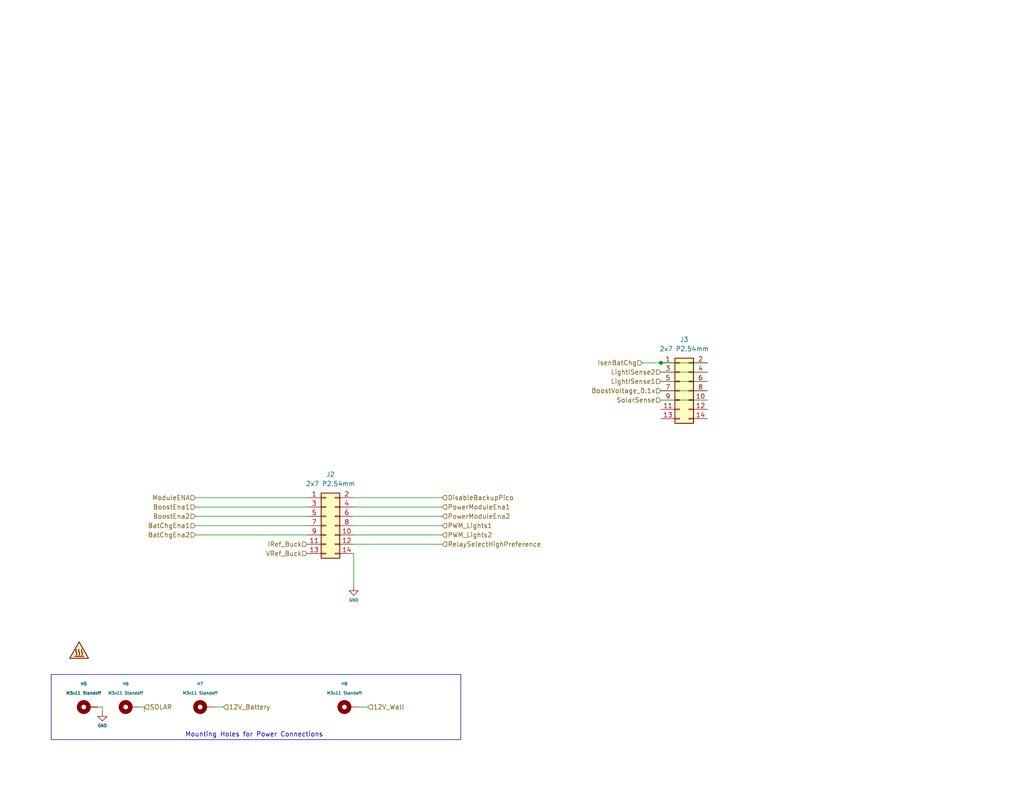
<source format=kicad_sch>
(kicad_sch (version 20231120) (generator "eeschema") (generator_version "8.0")
  (paper "USLetter")
  (title_block (date "2024-03-02") (rev "A01"))
  (lib_symbols
    (symbol "Connector_Generic:Conn_02x07_Odd_Even" (pin_names (offset 1.016) hide)
      (property "Reference" "J" (at 1.27 10.16 0))
      (property "Value" "Conn_02x07_Odd_Even" (at 1.27 -10.16 0))
      (symbol "Conn_02x07_Odd_Even_1_1"
        (rectangle (start -1.27 -7.493) (end 0 -7.747) (stroke (width 0.1524)))
        (rectangle (start -1.27 -4.953) (end 0 -5.207) (stroke (width 0.1524)))
        (rectangle (start -1.27 -2.413) (end 0 -2.667) (stroke (width 0.1524)))
        (rectangle (start -1.27 0.127) (end 0 -0.127) (stroke (width 0.1524)))
        (rectangle (start -1.27 2.667) (end 0 2.413) (stroke (width 0.1524)))
        (rectangle (start -1.27 5.207) (end 0 4.953) (stroke (width 0.1524)))
        (rectangle (start -1.27 7.747) (end 0 7.493) (stroke (width 0.1524)))
        (rectangle (start -1.27 8.89) (end 3.81 -8.89) (stroke (width 0.254)) (fill (type background)))
        (rectangle (start 3.81 -7.493) (end 2.54 -7.747) (stroke (width 0.1524)))
        (rectangle (start 3.81 -4.953) (end 2.54 -5.207) (stroke (width 0.1524)))
        (rectangle (start 3.81 -2.413) (end 2.54 -2.667) (stroke (width 0.1524)))
        (rectangle (start 3.81 0.127) (end 2.54 -0.127) (stroke (width 0.1524)))
        (rectangle (start 3.81 2.667) (end 2.54 2.413) (stroke (width 0.1524)))
        (rectangle (start 3.81 5.207) (end 2.54 4.953) (stroke (width 0.1524)))
        (rectangle (start 3.81 7.747) (end 2.54 7.493) (stroke (width 0.1524)))
        (pin passive line (at -5.08 7.62 0) (length 3.81) (name "Pin_1") (number "1"))
        (pin passive line (at 7.62 -2.54 180) (length 3.81) (name "Pin_10") (number "10"))
        (pin passive line (at -5.08 -5.08 0) (length 3.81) (name "Pin_11") (number "11"))
        (pin passive line (at 7.62 -5.08 180) (length 3.81) (name "Pin_12") (number "12"))
        (pin passive line (at -5.08 -7.62 0) (length 3.81) (name "Pin_13") (number "13"))
        (pin passive line (at 7.62 -7.62 180) (length 3.81) (name "Pin_14") (number "14"))
        (pin passive line (at 7.62 7.62 180) (length 3.81) (name "Pin_2") (number "2"))
        (pin passive line (at -5.08 5.08 0) (length 3.81) (name "Pin_3") (number "3"))
        (pin passive line (at 7.62 5.08 180) (length 3.81) (name "Pin_4") (number "4"))
        (pin passive line (at -5.08 2.54 0) (length 3.81) (name "Pin_5") (number "5"))
        (pin passive line (at 7.62 2.54 180) (length 3.81) (name "Pin_6") (number "6"))
        (pin passive line (at -5.08 0 0) (length 3.81) (name "Pin_7") (number "7"))
        (pin passive line (at 7.62 0 180) (length 3.81) (name "Pin_8") (number "8"))
        (pin passive line (at -5.08 -2.54 0) (length 3.81) (name "Pin_9") (number "9"))
      )
    )
    (symbol "GND_1" (power) (pin_numbers hide) (pin_names (offset 0) hide)
      (property "Value" "GND" (at 0 -3.81 0))
      (symbol "GND_1_0_1"
        (polyline (pts (xy 0 0) (xy 0 -1.27) (xy 1.27 -1.27) (xy 0 -2.54) (xy -1.27 -1.27) (xy 0 -1.27)))
      )
      (symbol "GND_1_1_1"
        (pin power_in line (at 0 0 270) (length 0) (name "~") (number "1"))
      )
    )
    (symbol "Graphic:SYM_Hot_Small" (in_bom no) (on_board no)
      (symbol "SYM_Hot_Small_0_1"
        (arc (start -0.762 -1.016) (mid -0.635 -0.635) (end -0.762 -0.254) (stroke (width 0.254)))
        (arc (start -0.762 0.508) (mid -0.889 0.127) (end -0.762 -0.254) (stroke (width 0.254)))
        (arc (start 0 -1.016) (mid 0.127 -0.635) (end 0 -0.254) (stroke (width 0.254)))
        (polyline (pts (xy 1.27 -1.397) (xy -1.27 -1.397)) (stroke (width 0.254)))
        (polyline (pts (xy -2.54 -1.905) (xy 2.54 -1.905) (xy 0 2.54) (xy -2.54 -1.905)) (stroke (width 0.254)) (fill (type background)))
        (arc (start 0 0.508) (mid -0.127 0.127) (end 0 -0.254) (stroke (width 0.254)))
        (arc (start 0.762 -1.016) (mid 0.889 -0.635) (end 0.762 -0.254) (stroke (width 0.254)))
        (arc (start 0.762 0.508) (mid 0.635 0.127) (end 0.762 -0.254) (stroke (width 0.254)))
      )
    )
    (symbol "Mechanical:MountingHole_Pad" (pin_numbers hide) (pin_names (offset 1.016) hide)
      (property "Reference" "H" (at 0 6.35 0))
      (property "Value" "MountingHole_Pad" (at 0 4.445 0))
      (symbol "MountingHole_Pad_0_1"
        (circle (center 0 1.27) (radius 1.27) (stroke (width 1.27)))
      )
      (symbol "MountingHole_Pad_1_1"
        (pin input line (at 0 -2.54 90) (length 2.54) (name "1") (number "1"))
      )
    )
    (symbol "power:GND" (power) (pin_numbers hide) (pin_names (offset 0) hide)
      (property "Value" "GND" (at 0 -3.81 0))
      (symbol "GND_0_1"
        (polyline (pts (xy 0 0) (xy 0 -1.27) (xy 1.27 -1.27) (xy 0 -2.54) (xy -1.27 -1.27) (xy 0 -1.27)))
      )
      (symbol "GND_1_1"
        (pin power_in line (at 0 0 270) (length 0) (name "~") (number "1"))
      )
    )
  )
  (junction (at 180.34 99.06))
  (wire (pts (xy 100.33 193.04) (xy 97.79 193.04)))
  (wire (pts (xy 175.26 99.06) (xy 180.34 99.06)))
  (wire (pts (xy 96.52 146.05) (xy 120.65 146.05)))
  (wire (pts (xy 96.52 138.43) (xy 120.65 138.43)))
  (wire (pts (xy 39.37 193.04) (xy 39.37 194.31)))
  (wire (pts (xy 96.52 143.51) (xy 120.65 143.51)))
  (wire (pts (xy 180.34 106.68) (xy 193.04 106.68)))
  (wire (pts (xy 96.52 140.97) (xy 120.65 140.97)))
  (wire (pts (xy 180.34 101.6) (xy 193.04 101.6)))
  (wire (pts (xy 53.34 138.43) (xy 83.82 138.43)))
  (wire (pts (xy 180.34 99.06) (xy 193.04 99.06)))
  (wire (pts (xy 38.1 193.04) (xy 39.37 193.04)))
  (wire (pts (xy 27.94 193.04) (xy 27.94 194.31)))
  (wire (pts (xy 96.52 151.13) (xy 96.52 160.02)))
  (wire (pts (xy 60.96 193.04) (xy 58.42 193.04)))
  (wire (pts (xy 53.34 143.51) (xy 83.82 143.51)))
  (wire (pts (xy 53.34 140.97) (xy 83.82 140.97)))
  (wire (pts (xy 96.52 148.59) (xy 120.65 148.59)))
  (wire (pts (xy 26.67 193.04) (xy 27.94 193.04)))
  (wire (pts (xy 180.34 104.14) (xy 193.04 104.14)))
  (wire (pts (xy 180.34 109.22) (xy 193.04 109.22)))
  (wire (pts (xy 53.34 135.89) (xy 83.82 135.89)))
  (wire (pts (xy 53.34 146.05) (xy 83.82 146.05)))
  (wire (pts (xy 96.52 135.89) (xy 120.65 135.89)))
  (rectangle (start 13.97 184.15) (end 125.73 201.93))
  (text "Mounting Holes for Power Connections" (at 69.342 200.66 0) (effects (font (size 1.27 1.27))))
  (hierarchical_label "SOLAR" (shape input) (at 39.37 193.04 0))
  (hierarchical_label "RelaySelectHighPreference" (shape input) (at 120.65 148.59 0))
  (hierarchical_label "PowerModuleEna1" (shape input) (at 120.65 138.43 0))
  (hierarchical_label "12V_Battery" (shape input) (at 60.96 193.04 0))
  (hierarchical_label "PowerModuleEna2" (shape input) (at 120.65 140.97 0))
  (hierarchical_label "IsenBatChg" (shape input) (at 175.26 99.06 180))
  (hierarchical_label "LightISense1" (shape input) (at 180.34 104.14 180))
  (hierarchical_label "PWM_Lights2" (shape input) (at 120.65 146.05 0))
  (hierarchical_label "DisableBackupPico" (shape input) (at 120.65 135.89 0))
  (hierarchical_label "LightISense2" (shape input) (at 180.34 101.6 180))
  (hierarchical_label "BoostEna1" (shape input) (at 53.34 138.43 180))
  (hierarchical_label "IRef_Buck" (shape input) (at 83.82 148.59 180))
  (hierarchical_label "BoostVoltage_0.1x" (shape input) (at 180.34 106.68 180))
  (hierarchical_label "BoostEna2" (shape input) (at 53.34 140.97 180))
  (hierarchical_label "BatChgEna2" (shape input) (at 53.34 146.05 180))
  (hierarchical_label "12V_Wall" (shape input) (at 100.33 193.04 0))
  (hierarchical_label "SolarSense" (shape input) (at 180.34 109.22 180))
  (hierarchical_label "BatChgEna1" (shape input) (at 53.34 143.51 180))
  (hierarchical_label "PWM_Lights1" (shape input) (at 120.65 143.51 0))
  (hierarchical_label "VRef_Buck" (shape input) (at 83.82 151.13 180))
  (hierarchical_label "ModuleENA" (shape input) (at 53.34 135.89 180))
  (symbol (lib_id "Mechanical:MountingHole_Pad") (at 24.13 193.04 90) (unit 1) (in_bom no)
    (property "Reference" "H5" (at 22.86 186.69 90) (effects (font (size 0.8 0.8))))
    (property "Value" "M3x11 Standoff" (at 22.86 189.23 90) (effects (font (size 0.8 0.8))))
    (property "Footprint" "Mounting_Wuerth:Mounting_Wuerth_WA-SMSI-M3_H11mm_9774110360" (effects (hide yes)))
    (property "Description" "Mounting Hole with connection" (effects (hide yes)))
  )
  (symbol (lib_id "Mechanical:MountingHole_Pad") (at 35.56 193.04 90) (unit 1) (in_bom no)
    (property "Reference" "H6" (at 34.29 186.69 90) (effects (font (size 0.8 0.8))))
    (property "Value" "M3x11 Standoff" (at 34.29 189.23 90) (effects (font (size 0.8 0.8))))
    (property "Footprint" "Mounting_Wuerth:Mounting_Wuerth_WA-SMSI-M3_H11mm_9774110360" (effects (hide yes)))
    (property "Description" "Mounting Hole with connection" (effects (hide yes)))
  )
  (symbol (lib_id "Graphic:SYM_Hot_Small") (at 21.59 177.8 0) (unit 1) (exclude_from_sim yes) (in_bom no)
    (property "Reference" "SYM3" (effects (hide yes)))
    (property "Value" "SYM_Hot_Small" (effects (hide yes)))
    (property "Footprint" "Modules_SurgicalLighting:MCUModule" (effects (hide yes)))
    (property "Description" "Hot surface warning symbol, small" (effects (hide yes)))
  )
  (symbol (lib_id "Mechanical:MountingHole_Pad") (at 55.88 193.04 90) (unit 1) (in_bom no)
    (property "Reference" "H7" (at 54.61 186.69 90) (effects (font (size 0.8 0.8))))
    (property "Value" "M3x11 Standoff" (at 54.61 189.23 90) (effects (font (size 0.8 0.8))))
    (property "Footprint" "Mounting_Wuerth:Mounting_Wuerth_WA-SMSI-M3_H11mm_9774110360" (effects (hide yes)))
    (property "Description" "Mounting Hole with connection" (effects (hide yes)))
  )
  (symbol (lib_id "Connector_Generic:Conn_02x07_Odd_Even") (at 88.9 143.51 0) (unit 1)
    (property "Reference" "J2" (at 90.17 129.54 0))
    (property "Value" "2x7 P2.54mm" (at 90.17 132.08 0))
    (property "Footprint" "Connector_PinSocket_2.54mm:PinSocket_2x07_P2.54mm_Vertical" (effects (hide yes)))
    (property "Description" "Generic connector, double row, 02x07, odd/even pin numbering scheme (row 1 odd numbers, row 2 even numbers), script generated (kicad-library-utils/schlib/autogen/connector/)" (effects (hide yes)))
    (property "Digikey PN" "2057-PH2-14-UA-ND" (effects (hide yes)))
  )
  (symbol (lib_id "power:GND") (at 96.52 160.02 0) (unit 1)
    (property "Reference" "#PWR02" (effects (hide yes)))
    (property "Value" "GND" (at 96.52 163.83 0) (effects (font (size 0.8 0.8))))
    (property "Description" "Power symbol creates a global label with name \"GND\" , ground" (effects (hide yes)))
  )
  (symbol (lib_id "Mechanical:MountingHole_Pad") (at 95.25 193.04 90) (unit 1) (in_bom no)
    (property "Reference" "H8" (at 93.98 186.69 90) (effects (font (size 0.8 0.8))))
    (property "Value" "M3x11 Standoff" (at 93.98 189.23 90) (effects (font (size 0.8 0.8))))
    (property "Footprint" "Mounting_Wuerth:Mounting_Wuerth_WA-SMSI-M3_H11mm_9774110360" (effects (hide yes)))
    (property "Description" "Mounting Hole with connection" (effects (hide yes)))
  )
  (symbol (lib_name "GND_1") (lib_id "power:GND") (at 27.94 194.31 0) (unit 1)
    (property "Reference" "#PWR01" (effects (hide yes)))
    (property "Value" "GND" (at 27.94 198.12 0) (effects (font (size 0.8 0.8))))
    (property "Description" "Power symbol creates a global label with name \"GND\" , ground" (effects (hide yes)))
  )
  (symbol (lib_id "Connector_Generic:Conn_02x07_Odd_Even") (at 185.42 106.68 0) (unit 1)
    (property "Reference" "J3" (at 186.69 92.71 0))
    (property "Value" "2x7 P2.54mm" (at 186.69 95.25 0))
    (property "Footprint" "Connector_PinSocket_2.54mm:PinSocket_2x07_P2.54mm_Vertical" (effects (hide yes)))
    (property "Description" "Generic connector, double row, 02x07, odd/even pin numbering scheme (row 1 odd numbers, row 2 even numbers), script generated (kicad-library-utils/schlib/autogen/connector/)" (effects (hide yes)))
    (property "Digikey PN" "2057-PH2-14-UA-ND" (effects (hide yes)))
  )
)
</source>
